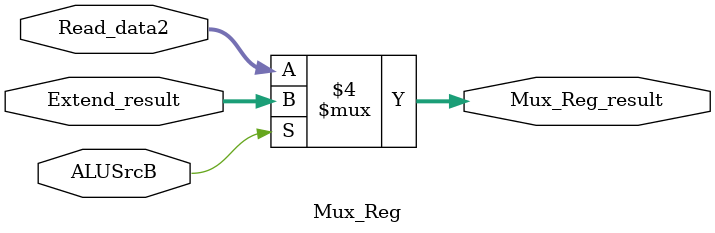
<source format=v>
`timescale 1ns / 1ps


module Mux_Reg(
    input [31:0] Extend_result,
    input [31:0] Read_data2,
    input ALUSrcB,
    output reg [31:0] Mux_Reg_result
    );
    always @(Read_data2 or Extend_result) begin
        if(ALUSrcB == 1) begin
            Mux_Reg_result = Extend_result;
        end else begin
            Mux_Reg_result = Read_data2;
         end
    end
endmodule

</source>
